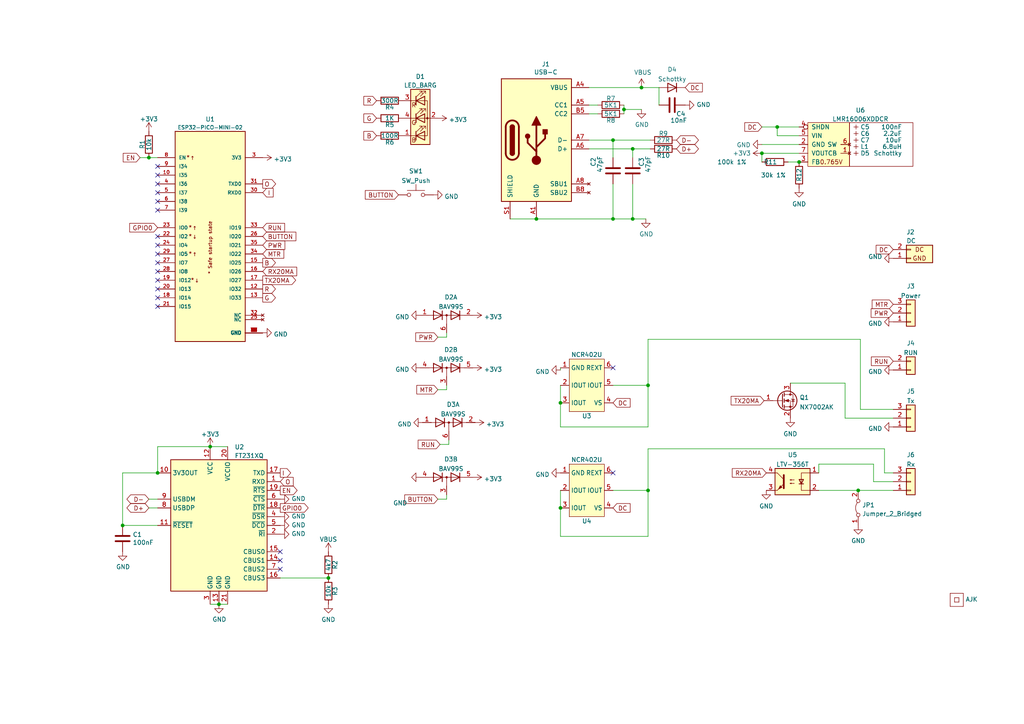
<source format=kicad_sch>
(kicad_sch (version 20211123) (generator eeschema)
  (paper "A4")
  (title_block (title "ASR33 controller") (date "${DATE}") (rev "1") (comment 1 "@TheRealRevK") (comment 2 "www.me.uk"))
  (lib_symbols
    (symbol "Connector_Generic:Conn_01x02" (pin_names (offset 1.016) hide)
      (property "Reference" "J" (at 0 2.54 0))
      (property "Value" "Conn_01x02" (at 0 -5.08 0))
      (symbol "Conn_01x02_1_1"
        (rectangle (start -1.27 -2.413) (end 0 -2.667) (stroke (width 0.1524)))
        (rectangle (start -1.27 0.127) (end 0 -0.127) (stroke (width 0.1524)))
        (rectangle (start -1.27 1.27) (end 1.27 -3.81) (stroke (width 0.254)) (fill (type background)))
        (pin passive line (at -5.08 0 0) (length 3.81) (name "Pin_1") (number "1"))
        (pin passive line (at -5.08 -2.54 0) (length 3.81) (name "Pin_2") (number "2"))
      )
    )
    (symbol "Connector_Generic:Conn_01x03" (pin_names (offset 1.016) hide)
      (property "Reference" "J" (at 0 5.08 0))
      (property "Value" "Conn_01x03" (at 0 -5.08 0))
      (symbol "Conn_01x03_1_1"
        (rectangle (start -1.27 -2.413) (end 0 -2.667) (stroke (width 0.1524)))
        (rectangle (start -1.27 0.127) (end 0 -0.127) (stroke (width 0.1524)))
        (rectangle (start -1.27 2.667) (end 0 2.413) (stroke (width 0.1524)))
        (rectangle (start -1.27 3.81) (end 1.27 -3.81) (stroke (width 0.254)) (fill (type background)))
        (pin passive line (at -5.08 2.54 0) (length 3.81) (name "Pin_1") (number "1"))
        (pin passive line (at -5.08 0 0) (length 3.81) (name "Pin_2") (number "2"))
        (pin passive line (at -5.08 -2.54 0) (length 3.81) (name "Pin_3") (number "3"))
      )
    )
    (symbol "Device:C" (pin_numbers hide) (pin_names (offset 0.254))
      (property "Reference" "C" (at 0.635 2.54 0))
      (property "Value" "C" (at 0.635 -2.54 0))
      (symbol "C_0_1"
        (polyline (pts (xy -2.032 -0.762) (xy 2.032 -0.762)) (stroke (width 0.508)))
        (polyline (pts (xy -2.032 0.762) (xy 2.032 0.762)) (stroke (width 0.508)))
      )
      (symbol "C_1_1"
        (pin passive line (at 0 3.81 270) (length 2.794) (name "~") (number "1"))
        (pin passive line (at 0 -3.81 90) (length 2.794) (name "~") (number "2"))
      )
    )
    (symbol "Device:D" (pin_numbers hide) (pin_names (offset 1.016) hide)
      (property "Reference" "D" (at 0 2.54 0))
      (property "Value" "D" (at 0 -2.54 0))
      (symbol "D_0_1"
        (polyline (pts (xy -1.27 1.27) (xy -1.27 -1.27)) (stroke (width 0.254)))
        (polyline (pts (xy 1.27 0) (xy -1.27 0)))
        (polyline (pts (xy 1.27 1.27) (xy 1.27 -1.27) (xy -1.27 0) (xy 1.27 1.27)) (stroke (width 0.254)))
      )
      (symbol "D_1_1"
        (pin passive line (at -3.81 0 0) (length 2.54) (name "K") (number "1"))
        (pin passive line (at 3.81 0 180) (length 2.54) (name "A") (number "2"))
      )
    )
    (symbol "Device:LED_BARG" (pin_names (offset 0) hide)
      (property "Reference" "D" (at 0 9.398 0))
      (property "Value" "LED_BARG" (at 0 -8.89 0))
      (symbol "LED_BARG_0_0"
        (text "B" (at -1.905 -6.35 0) (effects (font (size 1.27 1.27))))
        (text "G" (at -1.905 -1.27 0) (effects (font (size 1.27 1.27))))
        (text "R" (at -1.905 3.81 0) (effects (font (size 1.27 1.27))))
      )
      (symbol "LED_BARG_0_1"
        (polyline (pts (xy -1.27 -5.08) (xy -2.54 -5.08)))
        (polyline (pts (xy -1.27 -5.08) (xy 1.27 -5.08)))
        (polyline (pts (xy -1.27 -3.81) (xy -1.27 -6.35)) (stroke (width 0.254)))
        (polyline (pts (xy -1.27 0) (xy -2.54 0)))
        (polyline (pts (xy -1.27 1.27) (xy -1.27 -1.27)) (stroke (width 0.254)))
        (polyline (pts (xy -1.27 5.08) (xy -2.54 5.08)))
        (polyline (pts (xy -1.27 5.08) (xy 1.27 5.08)))
        (polyline (pts (xy -1.27 6.35) (xy -1.27 3.81)) (stroke (width 0.254)))
        (polyline (pts (xy 1.27 0) (xy -1.27 0)))
        (polyline (pts (xy 1.27 0) (xy 2.54 0)))
        (polyline (pts (xy -1.27 1.27) (xy -1.27 -1.27) (xy -1.27 -1.27)))
        (polyline (pts (xy -1.27 6.35) (xy -1.27 3.81) (xy -1.27 3.81)))
        (polyline (pts (xy 1.27 -5.08) (xy 2.032 -5.08) (xy 2.032 5.08) (xy 1.27 5.08)))
        (polyline (pts (xy 1.27 -3.81) (xy 1.27 -6.35) (xy -1.27 -5.08) (xy 1.27 -3.81)) (stroke (width 0.254)))
        (polyline (pts (xy 1.27 1.27) (xy 1.27 -1.27) (xy -1.27 0) (xy 1.27 1.27)) (stroke (width 0.254)))
        (polyline (pts (xy 1.27 6.35) (xy 1.27 3.81) (xy -1.27 5.08) (xy 1.27 6.35)) (stroke (width 0.254)))
        (polyline (pts (xy -1.016 -3.81) (xy 0.508 -2.286) (xy -0.254 -2.286) (xy 0.508 -2.286) (xy 0.508 -3.048)))
        (polyline (pts (xy -1.016 1.27) (xy 0.508 2.794) (xy -0.254 2.794) (xy 0.508 2.794) (xy 0.508 2.032)))
        (polyline (pts (xy -1.016 6.35) (xy 0.508 7.874) (xy -0.254 7.874) (xy 0.508 7.874) (xy 0.508 7.112)))
        (polyline (pts (xy 0 -3.81) (xy 1.524 -2.286) (xy 0.762 -2.286) (xy 1.524 -2.286) (xy 1.524 -3.048)))
        (polyline (pts (xy 0 1.27) (xy 1.524 2.794) (xy 0.762 2.794) (xy 1.524 2.794) (xy 1.524 2.032)))
        (polyline (pts (xy 0 6.35) (xy 1.524 7.874) (xy 0.762 7.874) (xy 1.524 7.874) (xy 1.524 7.112)))
        (rectangle (start 1.27 -1.27) (end 1.27 1.27))
        (rectangle (start 1.27 1.27) (end 1.27 1.27))
        (rectangle (start 1.27 3.81) (end 1.27 6.35))
        (rectangle (start 1.27 6.35) (end 1.27 6.35))
        (circle (center 2.032 0) (radius 0.254) (fill (type outline)))
        (rectangle (start 2.794 8.382) (end -2.794 -7.62) (stroke (width 0.254)) (fill (type background)))
      )
      (symbol "LED_BARG_1_1"
        (pin passive line (at -5.08 -5.08 0) (length 2.54) (name "BK") (number "1"))
        (pin passive line (at 5.08 0 180) (length 2.54) (name "A") (number "2"))
        (pin passive line (at -5.08 5.08 0) (length 2.54) (name "RK") (number "3"))
        (pin passive line (at -5.08 0 0) (length 2.54) (name "GK") (number "4"))
      )
    )
    (symbol "Device:R" (pin_numbers hide) (pin_names (offset 0))
      (property "Reference" "R" (at 2.032 0 90))
      (property "Value" "R" (at 0 0 90))
      (symbol "R_0_1"
        (rectangle (start -1.016 -2.54) (end 1.016 2.54) (stroke (width 0.254)))
      )
      (symbol "R_1_1"
        (pin passive line (at 0 3.81 270) (length 1.27) (name "~") (number "1"))
        (pin passive line (at 0 -3.81 90) (length 1.27) (name "~") (number "2"))
      )
    )
    (symbol "Diode:BAV99S" (pin_names (offset 0.0254) hide)
      (property "Reference" "D" (at 0 2.54 0))
      (property "Value" "BAV99S" (at 0 5.08 0))
      (symbol "BAV99S_0_1"
        (polyline (pts (xy -5.08 0) (xy 5.08 0)))
        (polyline (pts (xy 0 0) (xy 0 -2.54)))
        (polyline (pts (xy -1.27 -1.27) (xy -1.27 1.27) (xy -1.27 1.27)) (stroke (width 0.254)))
        (polyline (pts (xy 3.81 1.27) (xy 3.81 -1.27) (xy 3.81 -1.27)) (stroke (width 0.254)))
        (polyline (pts (xy -3.81 1.27) (xy -1.27 0) (xy -3.81 -1.27) (xy -3.81 1.27) (xy -3.81 1.27) (xy -3.81 1.27)) (stroke (width 0.254)))
        (polyline (pts (xy 1.27 1.27) (xy 3.81 0) (xy 1.27 -1.27) (xy 1.27 1.27) (xy 1.27 1.27) (xy 1.27 1.27)) (stroke (width 0.254)))
        (circle (center 0 0) (radius 0.254) (fill (type outline)))
      )
      (symbol "BAV99S_1_1"
        (polyline (pts (xy 6.35 0) (xy 7.62 0)))
        (pin passive line (at -7.62 0 0) (length 2.54) (name "A1") (number "1"))
        (pin passive line (at 7.62 0 180) (length 2.54) (name "K2") (number "2"))
        (pin passive line (at 0 -5.08 90) (length 2.54) (name "K3A4") (number "6"))
      )
      (symbol "BAV99S_2_1"
        (polyline (pts (xy 6.35 0) (xy 7.62 0)))
        (pin passive line (at 0 -5.08 90) (length 2.54) (name "K1A2") (number "3"))
        (pin passive line (at -7.62 0 0) (length 2.54) (name "A3") (number "4"))
        (pin passive line (at 7.62 0 180) (length 2.54) (name "K4") (number "5"))
      )
    )
    (symbol "Isolator:LTV-356T" (pin_names (offset 1.016))
      (property "Reference" "U" (at -5.334 4.826 0))
      (property "Value" "LTV-356T" (at 0 5.08 0))
      (symbol "LTV-356T_0_1"
        (rectangle (start -5.08 3.81) (end 5.08 -3.81) (stroke (width 0.254)) (fill (type background)))
        (polyline (pts (xy -3.175 -0.635) (xy -1.905 -0.635)) (stroke (width 0.254)))
        (polyline (pts (xy 2.54 0.635) (xy 4.445 2.54)))
        (polyline (pts (xy 4.445 -2.54) (xy 2.54 -0.635)) (fill (type outline)))
        (polyline (pts (xy 4.445 -2.54) (xy 5.08 -2.54)))
        (polyline (pts (xy 4.445 2.54) (xy 5.08 2.54)))
        (polyline (pts (xy -5.08 2.54) (xy -2.54 2.54) (xy -2.54 -0.762)))
        (polyline (pts (xy -2.54 -0.635) (xy -2.54 -2.54) (xy -5.08 -2.54)))
        (polyline (pts (xy 2.54 1.905) (xy 2.54 -1.905) (xy 2.54 -1.905)) (stroke (width 0.508)))
        (polyline (pts (xy -2.54 -0.635) (xy -3.175 0.635) (xy -1.905 0.635) (xy -2.54 -0.635)) (stroke (width 0.254)))
        (polyline (pts (xy -0.508 -0.508) (xy 0.762 -0.508) (xy 0.381 -0.635) (xy 0.381 -0.381) (xy 0.762 -0.508)))
        (polyline (pts (xy -0.508 0.508) (xy 0.762 0.508) (xy 0.381 0.381) (xy 0.381 0.635) (xy 0.762 0.508)))
        (polyline (pts (xy 3.048 -1.651) (xy 3.556 -1.143) (xy 4.064 -2.159) (xy 3.048 -1.651) (xy 3.048 -1.651)) (fill (type outline)))
      )
      (symbol "LTV-356T_1_1"
        (pin passive line (at -7.62 2.54 0) (length 2.54) (name "~") (number "1"))
        (pin passive line (at -7.62 -2.54 0) (length 2.54) (name "~") (number "2"))
        (pin passive line (at 7.62 -2.54 180) (length 2.54) (name "~") (number "3"))
        (pin passive line (at 7.62 2.54 180) (length 2.54) (name "~") (number "4"))
      )
    )
    (symbol "Jumper:Jumper_2_Bridged" (pin_names (offset 0) hide)
      (property "Reference" "JP" (at 0 1.905 0))
      (property "Value" "Jumper_2_Bridged" (at 0 -2.54 0))
      (symbol "Jumper_2_Bridged_0_0"
        (circle (center -2.032 0) (radius 0.508))
        (circle (center 2.032 0) (radius 0.508))
      )
      (symbol "Jumper_2_Bridged_0_1"
        (arc (start 1.524 0.254) (mid 0 0.762) (end -1.524 0.254))
      )
      (symbol "Jumper_2_Bridged_1_1"
        (pin passive line (at -5.08 0 0) (length 2.54) (name "A") (number "1"))
        (pin passive line (at 5.08 0 180) (length 2.54) (name "B") (number "2"))
      )
    )
    (symbol "RevK:AJK" (pin_names (offset 1.016)) (in_bom no)
      (property "Value" "AJK" (at 0 0 0))
    )
    (symbol "RevK:ESP32-PICO-MINI-02" (pin_names (offset 1.016))
      (property "Reference" "U" (at -10.16 -33.02 0))
      (property "Value" "ESP32-PICO-MINI-02" (at 0 27.94 0))
      (symbol "ESP32-PICO-MINI-02_0_0"
        (rectangle (start -10.16 -30.48) (end 10.16 30.48) (stroke (width 0.254)) (fill (type background)))
        (text "* Safe startup state" (at 0 -3.175 900) (effects (font (size 1 1))))
        (text "*↑" (at -6.985 22.86 0) (effects (font (size 1.27 1.27)) (justify left)))
        (text "*↑" (at -6.35 -5.08 0) (effects (font (size 1.27 1.27)) (justify left)))
        (text "*↑" (at -6.35 2.54 0) (effects (font (size 1.27 1.27)) (justify left)))
        (text "*↓" (at -6.35 0 0) (effects (font (size 1.27 1.27)) (justify left)))
        (text "*↓" (at -5.715 -12.7 0) (effects (font (size 1.27 1.27)) (justify left)))
        (pin power_in line (at 15.24 -27.94 180) (length 5.08) (name "GND") (number "1"))
        (pin input line (at -15.24 17.78 0) (length 5.08) (name "I35") (number "10"))
        (pin power_in line (at 15.24 -27.94 180) (length 5.08) (name "GND") (number "11"))
        (pin bidirectional line (at 15.24 -15.24 180) (length 5.08) (name "IO32") (number "12"))
        (pin bidirectional line (at 15.24 -17.78 180) (length 5.08) (name "IO33") (number "13"))
        (pin power_in line (at 15.24 -27.94 180) (length 5.08) (name "GND") (number "14"))
        (pin bidirectional line (at 15.24 -7.62 180) (length 5.08) (name "IO25") (number "15"))
        (pin bidirectional line (at 15.24 -10.16 180) (length 5.08) (name "IO26") (number "16"))
        (pin bidirectional line (at 15.24 -12.7 180) (length 5.08) (name "IO27") (number "17"))
        (pin bidirectional line (at -15.24 -17.78 0) (length 5.08) (name "IO14") (number "18"))
        (pin bidirectional line (at -15.24 -12.7 0) (length 5.08) (name "IO12") (number "19"))
        (pin power_in line (at 15.24 -27.94 180) (length 5.08) (name "GND") (number "2"))
        (pin bidirectional line (at -15.24 -15.24 0) (length 5.08) (name "IO13") (number "20"))
        (pin bidirectional line (at -15.24 -20.32 0) (length 5.08) (name "IO15") (number "21"))
        (pin bidirectional line (at -15.24 0 0) (length 5.08) (name "IO2") (number "22"))
        (pin bidirectional line (at -15.24 2.54 0) (length 5.08) (name "IO0") (number "23"))
        (pin bidirectional line (at -15.24 -2.54 0) (length 5.08) (name "IO4") (number "24"))
        (pin no_connect line (at 15.24 -24.13 180) (length 5.08) (name "NC") (number "25"))
        (pin bidirectional line (at 15.24 0 180) (length 5.08) (name "IO20") (number "26"))
        (pin bidirectional line (at -15.24 -7.62 0) (length 5.08) (name "IO7") (number "27"))
        (pin bidirectional line (at -15.24 -10.16 0) (length 5.08) (name "IO8") (number "28"))
        (pin bidirectional line (at -15.24 -5.08 0) (length 5.08) (name "IO5") (number "29"))
        (pin power_in line (at 15.24 22.86 180) (length 5.08) (name "3V3") (number "3"))
        (pin bidirectional line (at 15.24 12.7 180) (length 5.08) (name "RXD0") (number "30"))
        (pin bidirectional line (at 15.24 15.24 180) (length 5.08) (name "TXD0") (number "31"))
        (pin no_connect line (at 15.24 -22.86 180) (length 5.08) (name "NC") (number "32"))
        (pin bidirectional line (at 15.24 2.54 180) (length 5.08) (name "IO19") (number "33"))
        (pin bidirectional line (at 15.24 -5.08 180) (length 5.08) (name "IO22") (number "34"))
        (pin bidirectional line (at 15.24 -2.54 180) (length 5.08) (name "IO21") (number "35"))
        (pin power_in line (at 15.24 -27.94 180) (length 5.08) (name "GND") (number "36"))
        (pin power_in line (at 15.24 -27.94 180) (length 5.08) (name "GND") (number "37"))
        (pin power_in line (at 15.24 -27.94 180) (length 5.08) (name "GND") (number "38"))
        (pin power_in line (at 15.24 -27.94 180) (length 5.08) (name "GND") (number "39"))
        (pin input line (at -15.24 15.24 0) (length 5.08) (name "I36") (number "4"))
        (pin power_in line (at 15.24 -27.94 180) (length 5.08) (name "GND") (number "40"))
        (pin power_in line (at 15.24 -27.94 180) (length 5.08) (name "GND") (number "41"))
        (pin power_in line (at 15.24 -27.94 180) (length 5.08) (name "GND") (number "42"))
        (pin power_in line (at 15.24 -27.94 180) (length 5.08) (name "GND") (number "43"))
        (pin power_in line (at 15.24 -27.94 180) (length 5.08) (name "GND") (number "44"))
        (pin power_in line (at 15.24 -27.94 180) (length 5.08) (name "GND") (number "45"))
        (pin power_in line (at 15.24 -27.94 180) (length 5.08) (name "GND") (number "46"))
        (pin power_in line (at 15.24 -27.94 180) (length 5.08) (name "GND") (number "47"))
        (pin power_in line (at 15.24 -27.94 180) (length 5.08) (name "GND") (number "48"))
        (pin power_in line (at 15.24 -27.94 180) (length 5.08) (name "GND") (number "49"))
        (pin input line (at -15.24 12.7 0) (length 5.08) (name "I37") (number "5"))
        (pin power_in line (at 15.24 -27.94 180) (length 5.08) (name "GND") (number "50"))
        (pin power_in line (at 15.24 -27.94 180) (length 5.08) (name "GND") (number "51"))
        (pin power_in line (at 15.24 -27.94 180) (length 5.08) (name "GND") (number "52"))
        (pin power_in line (at 15.24 -27.94 180) (length 5.08) (name "GND") (number "53"))
        (pin input line (at -15.24 10.16 0) (length 5.08) (name "I38") (number "6"))
        (pin input line (at -15.24 7.62 0) (length 5.08) (name "I39") (number "7"))
        (pin input line (at -15.24 22.86 0) (length 5.08) (name "EN") (number "8"))
        (pin input line (at -15.24 20.32 0) (length 5.08) (name "I34") (number "9"))
      )
    )
    (symbol "RevK:FT231XQ"
      (property "Reference" "U" (at -13.97 20.32 0))
      (property "Value" "FT231XQ" (at 6.35 20.32 0))
      (symbol "FT231XQ_0_1"
        (rectangle (start -13.97 19.05) (end 13.97 -19.05) (stroke (width 0.254)) (fill (type background)))
      )
      (symbol "FT231XQ_1_1"
        (pin input line (at 17.78 12.7 180) (length 3.81) (name "RXD") (number "1"))
        (pin passive line (at -17.78 15.24 0) (length 3.81) (name "3V3OUT") (number "10"))
        (pin input line (at -17.78 0 0) (length 3.81) (name "~{RESET}") (number "11"))
        (pin power_in line (at -2.54 22.86 270) (length 3.81) (name "VCC") (number "12"))
        (pin power_in line (at 0 -22.86 90) (length 3.81) (name "GND") (number "13"))
        (pin bidirectional line (at 17.78 -10.16 180) (length 3.81) (name "CBUS1") (number "14"))
        (pin bidirectional line (at 17.78 -7.62 180) (length 3.81) (name "CBUS0") (number "15"))
        (pin bidirectional line (at 17.78 -15.24 180) (length 3.81) (name "CBUS3") (number "16"))
        (pin output line (at 17.78 15.24 180) (length 3.81) (name "TXD") (number "17"))
        (pin output line (at 17.78 5.08 180) (length 3.81) (name "~{DTR}") (number "18"))
        (pin output line (at 17.78 10.16 180) (length 3.81) (name "~{RTS}") (number "19"))
        (pin input line (at 17.78 -2.54 180) (length 3.81) (name "~{RI}") (number "2"))
        (pin power_in line (at 2.54 22.86 270) (length 3.81) (name "VCCIO") (number "20"))
        (pin power_in line (at 2.54 -22.86 90) (length 3.81) (name "GND") (number "21"))
        (pin power_in line (at -2.54 -22.86 90) (length 3.81) (name "GND") (number "3"))
        (pin input line (at 17.78 2.54 180) (length 3.81) (name "~{DSR}") (number "4"))
        (pin input line (at 17.78 0 180) (length 3.81) (name "~{DCD}") (number "5"))
        (pin input line (at 17.78 7.62 180) (length 3.81) (name "~{CTS}") (number "6"))
        (pin bidirectional line (at 17.78 -12.7 180) (length 3.81) (name "CBUS2") (number "7"))
        (pin bidirectional line (at -17.78 5.08 0) (length 3.81) (name "USBDP") (number "8"))
        (pin bidirectional line (at -17.78 7.62 0) (length 3.81) (name "USBDM") (number "9"))
      )
    )
    (symbol "RevK:Hidden" (pin_names (offset 1.016))
      (property "Reference" "Z" (at 0.635 0 0))
      (property "Value" "Hidden" (at 4.445 0 0))
      (symbol "Hidden_0_1"
        (polyline (pts (xy -0.635 0) (xy 0.635 0)) (stroke (width 0.1524)))
        (polyline (pts (xy 0 0.635) (xy 0 -0.635)) (stroke (width 0.1524)))
      )
      (symbol "Hidden_1_1"
        (pin no_connect non_logic (at 0 -2.54 90) (length 2.54) hide (name "~") (number "~"))
      )
    )
    (symbol "RevK:LMR16006XDDCR" (pin_names (offset 1.016))
      (property "Reference" "U" (at 11.43 2.54 0))
      (property "Value" "LMR16006XDDCR" (at 7.62 -12.7 0))
      (symbol "LMR16006XDDCR_0_0"
        (rectangle (start 2.54 1.27) (end 14.605 -11.43) (fill (type background)))
        (text "0.765V" (at 12.7 -10.16 0) (effects (font (size 1.27 1.27)) (justify right)))
      )
      (symbol "LMR16006XDDCR_0_1"
        (rectangle (start 14.605 1.27) (end 33.02 -11.43))
      )
      (symbol "LMR16006XDDCR_1_1"
        (pin no_connect line (at 14.605 -7.62 180) (length 2.54) (name "CB") (number "1"))
        (pin power_in line (at 0 -5.08 0) (length 2.54) (name "GND") (number "2"))
        (pin passive line (at 0 -10.16 0) (length 2.54) (name "FB") (number "3"))
        (pin input inverted (at 0 0 0) (length 2.54) (name "SHDN") (number "4"))
        (pin power_in line (at 0 -2.54 0) (length 2.54) (name "VIN") (number "5"))
        (pin no_connect line (at 14.605 -5.08 180) (length 2.54) (name "SW") (number "6"))
        (pin power_out line (at 0 -7.62 0) (length 2.54) (name "VOUT") (number "7"))
      )
    )
    (symbol "RevK:NCR402U"
      (property "Reference" "U" (at 0 -8.89 0))
      (property "Value" "NCR402U" (at 0 8.89 0))
      (symbol "NCR402U_0_1"
        (rectangle (start -5.08 7.62) (end 5.08 -7.62) (stroke (width 0.1524)) (fill (type background)))
      )
      (symbol "NCR402U_1_1"
        (pin power_in line (at -7.62 5.08 0) (length 2.54) (name "GND") (number "1"))
        (pin passive line (at -7.62 0 0) (length 2.54) (name "IOUT") (number "2"))
        (pin passive line (at -7.62 -5.08 0) (length 2.54) (name "IOUT") (number "3"))
        (pin power_in line (at 7.62 -5.08 180) (length 2.54) (name "VS") (number "4"))
        (pin passive line (at 7.62 0 180) (length 2.54) (name "IOUT") (number "5"))
        (pin passive line (at 7.62 5.08 180) (length 2.54) (name "REXT") (number "6"))
      )
    )
    (symbol "RevK:NX7002AK" (pin_names (offset 0) hide)
      (property "Reference" "Q" (at 5.08 1.27 0))
      (property "Value" "NX7002AK" (at 5.08 -1.27 0))
      (symbol "NX7002AK_0_1"
        (polyline (pts (xy 0.254 0) (xy -2.54 0)))
        (polyline (pts (xy 0.254 1.905) (xy 0.254 -1.905)) (stroke (width 0.254)))
        (polyline (pts (xy 0.762 -1.27) (xy 0.762 -2.286)) (stroke (width 0.254)))
        (polyline (pts (xy 0.762 0.508) (xy 0.762 -0.508)) (stroke (width 0.254)))
        (polyline (pts (xy 0.762 2.286) (xy 0.762 1.27)) (stroke (width 0.254)))
        (polyline (pts (xy 2.54 2.54) (xy 2.54 1.778)))
        (polyline (pts (xy 2.54 -2.54) (xy 2.54 0) (xy 0.762 0)))
        (polyline (pts (xy 0.762 -1.778) (xy 3.302 -1.778) (xy 3.302 1.778) (xy 0.762 1.778)))
        (polyline (pts (xy 1.016 0) (xy 2.032 0.381) (xy 2.032 -0.381) (xy 1.016 0)) (fill (type outline)))
        (polyline (pts (xy 2.794 0.508) (xy 2.921 0.381) (xy 3.683 0.381) (xy 3.81 0.254)))
        (polyline (pts (xy 3.302 0.381) (xy 2.921 -0.254) (xy 3.683 -0.254) (xy 3.302 0.381)))
        (circle (center 1.651 0) (radius 2.794) (stroke (width 0.254)))
        (circle (center 2.54 -1.778) (radius 0.254) (fill (type outline)))
        (circle (center 2.54 1.778) (radius 0.254) (fill (type outline)))
      )
      (symbol "NX7002AK_1_1"
        (pin input line (at -5.08 0 0) (length 2.54) (name "G") (number "1"))
        (pin passive line (at 2.54 -5.08 90) (length 2.54) (name "S") (number "2"))
        (pin passive line (at 2.54 5.08 270) (length 2.54) (name "D") (number "3"))
      )
    )
    (symbol "RevK:PowerIn" (pin_names (offset 1.016) hide)
      (property "Reference" "J" (at 0 2.54 0))
      (property "Value" "PowerIn" (at 2.54 -5.08 0))
      (symbol "PowerIn_0_0"
        (text "DC" (at 2.54 -2.54 0) (effects (font (size 1.27 1.27))))
        (text "GND" (at 2.54 0 0) (effects (font (size 1.27 1.27))))
      )
      (symbol "PowerIn_1_1"
        (rectangle (start -1.27 -2.413) (end 0 -2.667) (stroke (width 0.1524)))
        (rectangle (start -1.27 0.127) (end 0 -0.127) (stroke (width 0.1524)))
        (rectangle (start -1.27 1.27) (end 6.35 -3.81) (stroke (width 0.254)) (fill (type background)))
        (pin power_in line (at -5.08 0 0) (length 3.81) (name "GND") (number "1"))
        (pin power_out line (at -5.08 -2.54 0) (length 3.81) (name "DC") (number "2"))
      )
    )
    (symbol "RevK:QR" (pin_names (offset 1.016)) (in_bom no)
      (symbol "QR_0_1"
        (rectangle (start -1.905 -1.905) (end -1.905 1.905))
        (rectangle (start -1.905 1.905) (end 1.905 1.905))
        (rectangle (start -0.635 -0.635) (end -0.635 0.635))
        (rectangle (start -0.635 0.635) (end 0.635 0.635))
        (rectangle (start 0.635 -0.635) (end -0.635 -0.635))
        (rectangle (start 0.635 0.635) (end 0.635 -0.635))
        (rectangle (start 1.905 -1.905) (end -1.905 -1.905))
        (rectangle (start 1.905 1.905) (end 1.905 -1.905))
      )
    )
    (symbol "RevK:USB-C" (pin_names (offset 1.016))
      (property "Reference" "J" (at -10.16 19.05 0))
      (property "Value" "USB-C" (at -7.62 15.24 0))
      (symbol "USB-C_0_1"
        (rectangle (start -10.16 17.78) (end 10.16 -17.78) (stroke (width 0.254)) (fill (type background)))
        (arc (start -8.89 -3.81) (mid -6.985 -5.715) (end -5.08 -3.81) (stroke (width 0.508)))
        (arc (start -7.62 -3.81) (mid -6.985 -4.445) (end -6.35 -3.81) (stroke (width 0.254)))
        (arc (start -7.62 -3.81) (mid -6.985 -4.445) (end -6.35 -3.81) (stroke (width 0.254)) (fill (type outline)))
        (rectangle (start -7.62 -3.81) (end -6.35 3.81) (stroke (width 0.254)) (fill (type outline)))
        (arc (start -6.35 3.81) (mid -6.985 4.445) (end -7.62 3.81) (stroke (width 0.254)))
        (arc (start -6.35 3.81) (mid -6.985 4.445) (end -7.62 3.81) (stroke (width 0.254)) (fill (type outline)))
        (arc (start -5.08 3.81) (mid -6.985 5.715) (end -8.89 3.81) (stroke (width 0.508)))
        (circle (center -2.54 1.143) (radius 0.635) (stroke (width 0.254)) (fill (type outline)))
        (circle (center 0 -5.842) (radius 1.27) (fill (type outline)))
        (polyline (pts (xy -8.89 -3.81) (xy -8.89 3.81)) (stroke (width 0.508)))
        (polyline (pts (xy -5.08 3.81) (xy -5.08 -3.81)) (stroke (width 0.508)))
        (polyline (pts (xy 0 -5.842) (xy 0 4.318)) (stroke (width 0.508)))
        (polyline (pts (xy 0 -3.302) (xy -2.54 -0.762) (xy -2.54 0.508)) (stroke (width 0.508)))
        (polyline (pts (xy 0 -2.032) (xy 2.54 0.508) (xy 2.54 1.778)) (stroke (width 0.508)))
        (polyline (pts (xy -1.27 4.318) (xy 0 6.858) (xy 1.27 4.318) (xy -1.27 4.318)) (stroke (width 0.254)) (fill (type outline)))
        (rectangle (start 1.905 1.778) (end 3.175 3.048) (stroke (width 0.254)) (fill (type outline)))
      )
      (symbol "USB-C_1_1"
        (pin power_out line (at 0 -22.86 90) (length 5.08) (name "GND") (number "A1"))
        (pin passive line (at 0 -22.86 90) (length 5.08) hide (name "GND") (number "A12"))
        (pin power_out line (at 15.24 15.24 180) (length 5.08) (name "VBUS") (number "A4"))
        (pin bidirectional line (at 15.24 10.16 180) (length 5.08) (name "CC1") (number "A5"))
        (pin bidirectional line (at 15.24 -2.54 180) (length 5.08) (name "D+") (number "A6"))
        (pin bidirectional line (at 15.24 0 180) (length 5.08) (name "D-") (number "A7"))
        (pin no_connect line (at 15.24 -12.7 180) (length 5.08) (name "SBU1") (number "A8"))
        (pin passive line (at 15.24 15.24 180) (length 5.08) hide (name "VBUS") (number "A9"))
        (pin passive line (at 0 -22.86 90) (length 5.08) hide (name "GND") (number "B1"))
        (pin passive line (at 0 -22.86 90) (length 5.08) hide (name "GND") (number "B12"))
        (pin passive line (at 15.24 15.24 180) (length 5.08) hide (name "VBUS") (number "B4"))
        (pin bidirectional line (at 15.24 7.62 180) (length 5.08) (name "CC2") (number "B5"))
        (pin bidirectional line (at 15.24 -2.54 180) (length 5.08) hide (name "D+") (number "B6"))
        (pin bidirectional line (at 15.24 0 180) (length 5.08) hide (name "D-") (number "B7"))
        (pin no_connect line (at 15.24 -15.24 180) (length 5.08) (name "SBU2") (number "B8"))
        (pin passive line (at 15.24 15.24 180) (length 5.08) hide (name "VBUS") (number "B9"))
        (pin passive line (at -7.62 -22.86 90) (length 5.08) (name "SHIELD") (number "S1"))
      )
    )
    (symbol "Switch:SW_Push" (pin_numbers hide) (pin_names (offset 1.016) hide)
      (property "Reference" "SW" (at 1.27 2.54 0))
      (property "Value" "SW_Push" (at 0 -1.524 0))
      (symbol "SW_Push_0_1"
        (circle (center -2.032 0) (radius 0.508))
        (polyline (pts (xy 0 1.27) (xy 0 3.048)))
        (polyline (pts (xy 2.54 1.27) (xy -2.54 1.27)))
        (circle (center 2.032 0) (radius 0.508))
        (pin passive line (at -5.08 0 0) (length 2.54) (name "1") (number "1"))
        (pin passive line (at 5.08 0 180) (length 2.54) (name "2") (number "2"))
      )
    )
    (symbol "power:+3.3V" (power) (pin_names (offset 0))
      (property "Value" "+3.3V" (at 0 3.556 0))
      (symbol "+3.3V_0_1"
        (polyline (pts (xy -0.762 1.27) (xy 0 2.54)))
        (polyline (pts (xy 0 0) (xy 0 2.54)))
        (polyline (pts (xy 0 2.54) (xy 0.762 1.27)))
      )
      (symbol "+3.3V_1_1"
        (pin power_in line (at 0 0 90) (length 0) hide (name "+3V3") (number "1"))
      )
    )
    (symbol "power:GND" (power) (pin_names (offset 0))
      (property "Value" "GND" (at 0 -3.81 0))
      (symbol "GND_0_1"
        (polyline (pts (xy 0 0) (xy 0 -1.27) (xy 1.27 -1.27) (xy 0 -2.54) (xy -1.27 -1.27) (xy 0 -1.27)))
      )
      (symbol "GND_1_1"
        (pin power_in line (at 0 0 270) (length 0) hide (name "GND") (number "1"))
      )
    )
    (symbol "power:VBUS" (power) (pin_names (offset 0))
      (property "Value" "VBUS" (at 0 3.81 0))
      (symbol "VBUS_0_1"
        (polyline (pts (xy -0.762 1.27) (xy 0 2.54)))
        (polyline (pts (xy 0 0) (xy 0 2.54)))
        (polyline (pts (xy 0 2.54) (xy 0.762 1.27)))
      )
      (symbol "VBUS_1_1"
        (pin power_in line (at 0 0 90) (length 0) hide (name "VBUS") (number "1"))
      )
    )
  )
  (junction (at 183.515 43.18))
  (junction (at 43.18 45.72))
  (junction (at 183.515 63.5))
  (junction (at 162.56 116.84))
  (junction (at 60.96 129.54))
  (junction (at 225.425 36.83))
  (junction (at 231.775 46.99))
  (junction (at 45.72 137.16))
  (junction (at 95.25 167.64))
  (junction (at 248.92 142.24))
  (junction (at 155.575 63.5))
  (junction (at 63.5 175.26))
  (junction (at 35.56 152.4))
  (junction (at 220.98 44.45))
  (junction (at 187.96 142.24))
  (junction (at 177.8 63.5))
  (junction (at 187.96 111.76))
  (junction (at 186.055 25.4))
  (junction (at 177.8 40.64))
  (junction (at 162.56 147.32))
  (junction (at 180.975 31.75))
  (no_connect (at 177.8 106.68))
  (no_connect (at 45.72 81.28))
  (no_connect (at 45.72 68.58))
  (no_connect (at 45.72 73.66))
  (no_connect (at 81.28 165.1))
  (no_connect (at 45.72 48.26))
  (no_connect (at 45.72 50.8))
  (no_connect (at 45.72 53.34))
  (no_connect (at 45.72 55.88))
  (no_connect (at 45.72 58.42))
  (no_connect (at 45.72 60.96))
  (no_connect (at 45.72 71.12))
  (no_connect (at 45.72 76.2))
  (no_connect (at 45.72 88.9))
  (no_connect (at 45.72 78.74))
  (no_connect (at 45.72 83.82))
  (no_connect (at 45.72 86.36))
  (no_connect (at 177.8 137.16))
  (no_connect (at 81.28 160.02))
  (no_connect (at 81.28 162.56))
  (wire (pts (xy 225.425 39.37) (xy 231.775 39.37)))
  (wire (pts (xy 129.54 144.78) (xy 127 144.78)))
  (wire (pts (xy 183.515 43.18) (xy 188.595 43.18)))
  (wire (pts (xy 177.8 53.34) (xy 177.8 63.5)))
  (wire (pts (xy 35.56 152.4) (xy 45.72 152.4)))
  (wire (pts (xy 180.975 31.75) (xy 180.975 33.02)))
  (wire (pts (xy 187.96 98.425) (xy 249.555 98.425)))
  (wire (pts (xy 186.055 25.4) (xy 191.135 25.4)))
  (wire (pts (xy 245.11 111.125) (xy 245.11 121.285)))
  (wire (pts (xy 162.56 147.32) (xy 162.56 155.575)))
  (wire (pts (xy 187.96 142.24) (xy 187.96 155.575)))
  (wire (pts (xy 130.175 127.635) (xy 130.175 128.905)))
  (wire (pts (xy 183.515 63.5) (xy 187.325 63.5)))
  (wire (pts (xy 129.54 143.51) (xy 129.54 144.78)))
  (wire (pts (xy 170.815 40.64) (xy 177.8 40.64)))
  (wire (pts (xy 191.135 25.4) (xy 191.135 30.48)))
  (wire (pts (xy 237.49 137.16) (xy 237.49 134.62)))
  (wire (pts (xy 81.28 167.64) (xy 95.25 167.64)))
  (wire (pts (xy 162.56 106.68) (xy 162.56 107.315)))
  (wire (pts (xy 225.425 36.83) (xy 231.775 36.83)))
  (wire (pts (xy 220.98 44.45) (xy 220.98 46.99)))
  (wire (pts (xy 35.56 152.4) (xy 35.56 137.16)))
  (wire (pts (xy 162.56 142.24) (xy 162.56 147.32)))
  (wire (pts (xy 162.56 111.76) (xy 162.56 116.84)))
  (wire (pts (xy 187.96 142.24) (xy 187.96 130.175)))
  (wire (pts (xy 249.555 118.745) (xy 259.08 118.745)))
  (wire (pts (xy 129.54 113.03) (xy 127 113.03)))
  (wire (pts (xy 237.49 134.62) (xy 253.365 134.62)))
  (wire (pts (xy 253.365 139.7) (xy 259.08 139.7)))
  (wire (pts (xy 183.515 43.18) (xy 183.515 45.72)))
  (wire (pts (xy 45.72 137.16) (xy 45.72 129.54)))
  (wire (pts (xy 147.955 63.5) (xy 155.575 63.5)))
  (wire (pts (xy 187.96 111.76) (xy 187.96 123.825)))
  (wire (pts (xy 40.64 45.72) (xy 43.18 45.72)))
  (wire (pts (xy 177.8 63.5) (xy 183.515 63.5)))
  (wire (pts (xy 186.055 31.75) (xy 180.975 31.75)))
  (wire (pts (xy 63.5 175.26) (xy 66.04 175.26)))
  (wire (pts (xy 177.8 111.76) (xy 187.96 111.76)))
  (wire (pts (xy 220.98 41.91) (xy 231.775 41.91)))
  (wire (pts (xy 45.72 144.78) (xy 43.18 144.78)))
  (wire (pts (xy 155.575 63.5) (xy 177.8 63.5)))
  (wire (pts (xy 245.11 121.285) (xy 259.08 121.285)))
  (wire (pts (xy 187.96 111.76) (xy 187.96 98.425)))
  (wire (pts (xy 228.6 46.99) (xy 231.775 46.99)))
  (wire (pts (xy 180.975 30.48) (xy 180.975 31.75)))
  (wire (pts (xy 177.8 142.24) (xy 187.96 142.24)))
  (wire (pts (xy 43.18 45.72) (xy 45.72 45.72)))
  (wire (pts (xy 237.49 142.24) (xy 248.92 142.24)))
  (wire (pts (xy 130.175 128.905) (xy 127.635 128.905)))
  (wire (pts (xy 45.72 129.54) (xy 60.96 129.54)))
  (wire (pts (xy 220.98 44.45) (xy 231.775 44.45)))
  (wire (pts (xy 162.56 123.825) (xy 187.96 123.825)))
  (wire (pts (xy 129.54 111.76) (xy 129.54 113.03)))
  (wire (pts (xy 60.96 129.54) (xy 66.04 129.54)))
  (wire (pts (xy 162.56 155.575) (xy 187.96 155.575)))
  (wire (pts (xy 170.815 30.48) (xy 173.355 30.48)))
  (wire (pts (xy 170.815 33.02) (xy 173.355 33.02)))
  (wire (pts (xy 248.92 142.24) (xy 259.08 142.24)))
  (wire (pts (xy 170.815 43.18) (xy 183.515 43.18)))
  (wire (pts (xy 220.98 36.83) (xy 225.425 36.83)))
  (wire (pts (xy 129.54 97.79) (xy 127 97.79)))
  (wire (pts (xy 229.235 111.125) (xy 245.11 111.125)))
  (wire (pts (xy 43.18 147.32) (xy 45.72 147.32)))
  (wire (pts (xy 225.425 36.83) (xy 225.425 39.37)))
  (wire (pts (xy 249.555 98.425) (xy 249.555 118.745)))
  (wire (pts (xy 129.54 96.52) (xy 129.54 97.79)))
  (wire (pts (xy 253.365 134.62) (xy 253.365 139.7)))
  (wire (pts (xy 183.515 53.34) (xy 183.515 63.5)))
  (wire (pts (xy 35.56 137.16) (xy 45.72 137.16)))
  (wire (pts (xy 60.96 175.26) (xy 63.5 175.26)))
  (wire (pts (xy 162.56 116.84) (xy 162.56 123.825)))
  (wire (pts (xy 170.815 25.4) (xy 186.055 25.4)))
  (wire (pts (xy 256.54 130.175) (xy 256.54 137.16)))
  (wire (pts (xy 177.8 40.64) (xy 177.8 45.72)))
  (wire (pts (xy 177.8 40.64) (xy 188.595 40.64)))
  (wire (pts (xy 187.96 130.175) (xy 256.54 130.175)))
  (wire (pts (xy 256.54 137.16) (xy 259.08 137.16)))
  (global_label "MTR" (shape input) (at 127 113.03 180) (property "Intersheet References" "${INTERSHEET_REFS}" (effects hide)))
  (global_label "D-" (shape bidirectional) (at 43.18 144.78 180) (property "Intersheet References" "${INTERSHEET_REFS}" (effects hide)))
  (global_label "B" (shape input) (at 109.22 39.37 180) (property "Intersheet References" "${INTERSHEET_REFS}" (effects hide)))
  (global_label "DC" (shape input) (at 220.98 36.83 180) (property "Intersheet References" "${INTERSHEET_REFS}" (effects hide)))
  (global_label "RUN" (shape input) (at 127.635 128.905 180) (property "Intersheet References" "${INTERSHEET_REFS}" (effects hide)))
  (global_label "EN" (shape input) (at 40.64 45.72 180) (property "Intersheet References" "${INTERSHEET_REFS}" (effects hide)))
  (global_label "GPIO0" (shape input) (at 45.72 66.04 180) (property "Intersheet References" "${INTERSHEET_REFS}" (effects hide)))
  (global_label "RUN" (shape input) (at 259.08 104.775 180) (property "Intersheet References" "${INTERSHEET_REFS}" (effects hide)))
  (global_label "BUTTON" (shape input) (at 76.2 68.58 0) (property "Intersheet References" "${INTERSHEET_REFS}" (effects hide)))
  (global_label "RX20MA" (shape input) (at 76.2 78.74 0) (property "Intersheet References" "${INTERSHEET_REFS}" (effects hide)))
  (global_label "PWR" (shape input) (at 259.08 90.805 180) (property "Intersheet References" "${INTERSHEET_REFS}" (effects hide)))
  (global_label "O" (shape output) (at 76.2 53.34 0) (property "Intersheet References" "${INTERSHEET_REFS}" (effects hide)))
  (global_label "MTR" (shape input) (at 76.2 73.66 0) (property "Intersheet References" "${INTERSHEET_REFS}" (effects hide)))
  (global_label "RX20MA" (shape input) (at 222.25 137.16 180) (property "Intersheet References" "${INTERSHEET_REFS}" (effects hide)))
  (global_label "DC" (shape input) (at 177.8 147.32 0) (property "Intersheet References" "${INTERSHEET_REFS}" (effects hide)))
  (global_label "D+" (shape bidirectional) (at 196.215 43.18 0) (property "Intersheet References" "${INTERSHEET_REFS}" (effects hide)))
  (global_label "PWR" (shape input) (at 76.2 71.12 0) (property "Intersheet References" "${INTERSHEET_REFS}" (effects hide)))
  (global_label "G" (shape output) (at 76.2 86.36 0) (property "Intersheet References" "${INTERSHEET_REFS}" (effects hide)))
  (global_label "D+" (shape bidirectional) (at 43.18 147.32 180) (property "Intersheet References" "${INTERSHEET_REFS}" (effects hide)))
  (global_label "I" (shape input) (at 76.2 55.88 0) (property "Intersheet References" "${INTERSHEET_REFS}" (effects hide)))
  (global_label "PWR" (shape input) (at 127 97.79 180) (property "Intersheet References" "${INTERSHEET_REFS}" (effects hide)))
  (global_label "D-" (shape bidirectional) (at 196.215 40.64 0) (property "Intersheet References" "${INTERSHEET_REFS}" (effects hide)))
  (global_label "BUTTON" (shape input) (at 127 144.78 180) (property "Intersheet References" "${INTERSHEET_REFS}" (effects hide)))
  (global_label "TX20MA" (shape output) (at 76.2 81.28 0) (property "Intersheet References" "${INTERSHEET_REFS}" (effects hide)))
  (global_label "GPIO0" (shape output) (at 81.28 147.32 0) (property "Intersheet References" "${INTERSHEET_REFS}" (effects hide)))
  (global_label "MTR" (shape input) (at 259.08 88.265 180) (property "Intersheet References" "${INTERSHEET_REFS}" (effects hide)))
  (global_label "DC" (shape input) (at 259.08 72.39 180) (property "Intersheet References" "${INTERSHEET_REFS}" (effects hide)))
  (global_label "R" (shape output) (at 76.2 83.82 0) (property "Intersheet References" "${INTERSHEET_REFS}" (effects hide)))
  (global_label "DC" (shape input) (at 198.755 25.4 0) (property "Intersheet References" "${INTERSHEET_REFS}" (effects hide)))
  (global_label "DC" (shape input) (at 177.8 116.84 0) (property "Intersheet References" "${INTERSHEET_REFS}" (effects hide)))
  (global_label "EN" (shape output) (at 81.28 142.24 0) (property "Intersheet References" "${INTERSHEET_REFS}" (effects hide)))
  (global_label "G" (shape input) (at 109.22 34.29 180) (property "Intersheet References" "${INTERSHEET_REFS}" (effects hide)))
  (global_label "R" (shape input) (at 109.22 29.21 180) (property "Intersheet References" "${INTERSHEET_REFS}" (effects hide)))
  (global_label "I" (shape output) (at 81.28 137.16 0) (property "Intersheet References" "${INTERSHEET_REFS}" (effects hide)))
  (global_label "BUTTON" (shape input) (at 115.57 56.515 180) (property "Intersheet References" "${INTERSHEET_REFS}" (effects hide)))
  (global_label "RUN" (shape input) (at 76.2 66.04 0) (property "Intersheet References" "${INTERSHEET_REFS}" (effects hide)))
  (global_label "B" (shape output) (at 76.2 76.2 0) (property "Intersheet References" "${INTERSHEET_REFS}" (effects hide)))
  (global_label "TX20MA" (shape input) (at 221.615 116.205 180) (property "Intersheet References" "${INTERSHEET_REFS}" (effects hide)))
  (global_label "O" (shape input) (at 81.28 139.7 0) (property "Intersheet References" "${INTERSHEET_REFS}" (effects hide)))
  (symbol (lib_id "Device:R") (at 177.165 30.48 90) (unit 1)
    (property "Reference" "R7" (at 177.165 28.575 90))
    (property "Value" "5K1" (at 177.165 30.48 90))
    (property "Footprint" "RevK:R_0603" (effects hide))
  )
  (symbol (lib_id "power:VBUS") (at 186.055 25.4 0) (unit 1)
    (property "Reference" "#PWR025" (effects hide))
    (property "Value" "VBUS" (at 186.436 21.0058 0))
  )
  (symbol (lib_id "power:GND") (at 186.055 31.75 0) (unit 1)
    (property "Reference" "#PWR026" (effects hide))
    (property "Value" "GND" (at 186.182 36.1442 0))
  )
  (symbol (lib_id "power:GND") (at 187.325 63.5 0) (unit 1)
    (property "Reference" "#PWR027" (effects hide))
    (property "Value" "GND" (at 187.452 67.8942 0))
  )
  (symbol (lib_id "Device:R") (at 177.165 33.02 270) (unit 1)
    (property "Reference" "R8" (at 177.165 34.925 90))
    (property "Value" "5K1" (at 177.165 33.02 90))
    (property "Footprint" "RevK:R_0603" (effects hide))
  )
  (symbol (lib_id "power:GND") (at 81.28 144.78 90) (unit 1)
    (property "Reference" "#PWR07" (effects hide))
    (property "Value" "GND" (at 84.5312 144.653 90) (effects (justify right)))
  )
  (symbol (lib_id "power:GND") (at 81.28 149.86 90) (unit 1)
    (property "Reference" "#PWR08" (effects hide))
    (property "Value" "GND" (at 84.5312 149.733 90) (effects (justify right)))
  )
  (symbol (lib_id "power:GND") (at 81.28 152.4 90) (unit 1)
    (property "Reference" "#PWR09" (effects hide))
    (property "Value" "GND" (at 84.5312 152.273 90) (effects (justify right)))
  )
  (symbol (lib_id "power:GND") (at 81.28 154.94 90) (unit 1)
    (property "Reference" "#PWR010" (effects hide))
    (property "Value" "GND" (at 84.5312 154.813 90) (effects (justify right)))
  )
  (symbol (lib_id "power:GND") (at 63.5 175.26 0) (unit 1)
    (property "Reference" "#PWR04" (effects hide))
    (property "Value" "GND" (at 63.627 179.6542 0))
  )
  (symbol (lib_id "Device:C") (at 35.56 156.21 0) (unit 1)
    (property "Reference" "C1" (at 38.481 155.0416 0) (effects (justify left)))
    (property "Value" "100nF" (at 38.481 157.353 0) (effects (justify left)))
    (property "Footprint" "RevK:C_0603" (effects hide))
  )
  (symbol (lib_id "power:GND") (at 35.56 160.02 0) (unit 1)
    (property "Reference" "#PWR01" (effects hide))
    (property "Value" "GND" (at 35.687 164.4142 0))
  )
  (symbol (lib_id "Device:C") (at 194.945 30.48 270) (unit 1)
    (property "Reference" "C4" (at 197.485 33.02 90))
    (property "Value" "10nF" (at 196.85 34.925 90))
    (property "Footprint" "RevK:C_0603" (effects hide))
  )
  (symbol (lib_id "power:GND") (at 198.755 30.48 90) (unit 1)
    (property "Reference" "#PWR028" (effects hide))
    (property "Value" "GND" (at 202.0062 30.353 90) (effects (justify right)))
  )
  (symbol (lib_id "Device:C") (at 177.8 49.53 0) (unit 1)
    (property "Reference" "C2" (at 172.085 46.99 90))
    (property "Value" "47pF" (at 173.99 47.625 90))
    (property "Footprint" "RevK:C_0603" (effects hide))
  )
  (symbol (lib_id "Device:C") (at 183.515 49.53 0) (unit 1)
    (property "Reference" "C3" (at 186.055 46.99 90))
    (property "Value" "47pF" (at 187.96 47.625 90))
    (property "Footprint" "RevK:C_0603" (effects hide))
  )
  (symbol (lib_id "RevK:USB-C") (at 155.575 40.64 0) (unit 1)
    (property "Reference" "J1" (at 158.2928 18.6182 0))
    (property "Value" "USB-C" (at 158.2928 20.9296 0))
    (property "Footprint" "RevK:USC16-TR" (effects hide))
    (property "Datasheet" "https://www.usb.org/sites/default/files/documents/usb_type-c.zip" (effects hide))
    (property "Manufacturer" "Valcon" (effects hide))
    (property "Part No" "CSP-USC16-TR" (effects hide))
    (property "Order URL" "https://www.toby.co.uk/signal-to-board-connectors/usb-connectors/csp-usc16-tr-valcon-usb-type-c-surface-mount-pcb-socket/" (effects hide))
  )
  (symbol (lib_id "Device:R") (at 192.405 40.64 90) (unit 1)
    (property "Reference" "R9" (at 192.405 38.735 90))
    (property "Value" "27R" (at 192.405 40.64 90))
    (property "Footprint" "RevK:R_0603" (effects hide))
  )
  (symbol (lib_id "Device:R") (at 192.405 43.18 270) (unit 1)
    (property "Reference" "R10" (at 192.405 45.085 90))
    (property "Value" "27R" (at 192.405 43.18 90))
    (property "Footprint" "RevK:R_0603" (effects hide))
  )
  (symbol (lib_id "Device:R") (at 95.25 163.83 0) (unit 1)
    (property "Reference" "R2" (at 97.155 163.83 90))
    (property "Value" "4k7" (at 95.25 163.83 90))
    (property "Footprint" "RevK:R_0603" (effects hide))
  )
  (symbol (lib_id "Diode:BAV99S") (at 129.54 91.44 0) (unit 1)
    (property "Reference" "D2" (at 130.81 86.2035 0))
    (property "Value" "BAV99S" (at 130.81 88.9786 0))
    (property "Footprint" "Package_TO_SOT_SMD:SOT-363_SC-70-6" (effects hide))
    (property "Datasheet" "https://assets.nexperia.com/documents/data-sheet/BAV99_SER.pdf" (effects hide))
  )
  (symbol (lib_id "RevK:QR") (at 277.495 173.99 0) (unit 1) (in_bom no)
    (property "Reference" "U7" (effects hide))
    (property "Value" "QR" (effects hide))
    (property "Footprint" "RevK:QR-ASR33" (effects hide))
    (property "Note" "Non part, PCB printed" (effects hide))
  )
  (symbol (lib_id "Device:R") (at 231.775 50.8 180) (unit 1)
    (property "Reference" "R12" (at 231.775 52.705 90) (effects (justify right)))
    (property "Value" "30k 1%" (at 227.965 50.8 0) (effects (justify left)))
    (property "Footprint" "RevK:R_0603" (effects hide))
    (property "LCSC Part #" "C100001" (effects hide))
  )
  (symbol (lib_id "power:GND") (at 248.92 152.4 0) (unit 1)
    (property "Reference" "#PWR034" (effects hide))
    (property "Value" "GND" (at 248.92 156.8434 0))
  )
  (symbol (lib_id "RevK:PowerIn") (at 264.16 74.93 0) (mirror x) (unit 1)
    (property "Reference" "J2" (at 262.89 67.31 0) (effects (justify left)))
    (property "Value" "DC" (at 262.89 69.85 0) (effects (justify left)))
    (property "Footprint" "RevK:PTSM-HH1-2-RA" (effects hide))
  )
  (symbol (lib_id "power:GND") (at 231.775 54.61 0) (unit 1)
    (property "Reference" "#PWR0104" (effects hide))
    (property "Value" "GND" (at 231.775 59.1725 0))
  )
  (symbol (lib_id "power:GND") (at 121.92 106.68 270) (unit 1)
    (property "Reference" "#PWR014" (effects hide))
    (property "Value" "GND" (at 118.7451 107.159 90) (effects (justify right)))
  )
  (symbol (lib_id "power:VBUS") (at 95.25 160.02 0) (unit 1)
    (property "Reference" "#PWR011" (effects hide))
    (property "Value" "VBUS" (at 95.25 156.4442 0))
  )
  (symbol (lib_id "RevK:AJK") (at 279.4 173.355 0) (unit 1) (in_bom no)
    (property "Reference" "Logo1" (effects hide))
    (property "Value" "AJK" (at 280.035 173.834 0) (effects (justify left)))
    (property "Footprint" "RevK:AJK" (effects hide))
    (property "Note" "Non part, PCB printed" (effects hide))
  )
  (symbol (lib_id "Jumper:Jumper_2_Bridged") (at 248.92 147.32 90) (unit 1) (in_bom no)
    (property "Reference" "JP1" (at 250.063 146.4853 90) (effects (justify right)))
    (property "Value" "Jumper_2_Bridged" (at 250.063 149.0222 90) (effects (justify right)))
    (property "Footprint" "RevK:Pad_1206_0805_Bridged" (effects hide))
  )
  (symbol (lib_id "Isolator:LTV-356T") (at 229.87 139.7 0) (mirror y) (unit 1)
    (property "Reference" "U5" (at 229.87 131.9235 0))
    (property "Value" "LTV-356T" (at 229.87 134.6986 0))
    (property "Footprint" "Package_SO:SO-4_4.4x3.6mm_P2.54mm" (effects hide))
    (property "Datasheet" "http://optoelectronics.liteon.com/upload/download/DS70-2001-010/S_110_LTV-356T%2020140520.pdf" (effects hide))
  )
  (symbol (lib_id "Device:R") (at 113.03 39.37 270) (unit 1)
    (property "Reference" "R6" (at 113.03 41.275 90))
    (property "Value" "100R" (at 113.03 39.37 90))
    (property "Footprint" "RevK:R_0603" (effects hide))
    (property "Part No" "0603-220R" (effects hide))
  )
  (symbol (lib_id "Diode:BAV99S") (at 130.175 122.555 0) (unit 1)
    (property "Reference" "D3" (at 131.445 117.3185 0))
    (property "Value" "BAV99S" (at 131.445 120.0936 0))
    (property "Footprint" "Package_TO_SOT_SMD:SOT-363_SC-70-6" (effects hide))
    (property "Datasheet" "https://assets.nexperia.com/documents/data-sheet/BAV99_SER.pdf" (effects hide))
  )
  (symbol (lib_id "Device:R") (at 95.25 171.45 0) (unit 1)
    (property "Reference" "R3" (at 97.155 171.45 90))
    (property "Value" "10k" (at 95.25 171.45 90))
    (property "Footprint" "RevK:R_0603" (effects hide))
  )
  (symbol (lib_id "Switch:SW_Push") (at 120.65 56.515 0) (mirror y) (unit 1)
    (property "Reference" "SW1" (at 120.65 49.6275 0))
    (property "Value" "SW_Push" (at 120.65 52.4026 0))
    (property "Footprint" "RevK:SW_PUSH_6mm_PTH" (effects hide))
  )
  (symbol (lib_id "Device:R") (at 43.18 41.91 180) (unit 1)
    (property "Reference" "R1" (at 41.275 41.91 90))
    (property "Value" "10k" (at 43.18 41.91 90))
    (property "Footprint" "RevK:R_0603" (effects hide))
  )
  (symbol (lib_id "RevK:NX7002AK") (at 226.695 116.205 0) (unit 1)
    (property "Reference" "Q1" (at 231.902 115.2965 0) (effects (justify left)))
    (property "Value" "NX7002AK" (at 231.902 118.0716 0) (effects (justify left)))
    (property "Footprint" "Package_TO_SOT_SMD:SOT-23" (effects hide))
  )
  (symbol (lib_id "RevK:ESP32-PICO-MINI-02") (at 60.96 68.58 0) (unit 1)
    (property "Reference" "U1" (at 60.96 34.5898 0))
    (property "Value" "ESP32-PICO-MINI-02" (at 60.96 36.9739 0) (effects (font (size 1.1 1.1))))
    (property "Footprint" "RevK:ESP32-PICO-MINI-02" (effects hide))
    (property "MANUFACTURER" "Espressif" (effects hide))
    (property "MAXIMUM_PACKAGE_HEIGHT" "2.55mm" (effects hide))
    (property "PARTREV" "v1.0" (effects hide))
    (property "STANDARD" "Manufacturer Recommendations" (effects hide))
  )
  (symbol (lib_id "Connector_Generic:Conn_01x03") (at 264.16 139.7 0) (mirror x) (unit 1)
    (property "Reference" "J6" (at 264.16 131.9235 0))
    (property "Value" "Rx" (at 264.16 134.6986 0))
    (property "Footprint" "RevK:PTSM-HH1-3-RA" (effects hide))
  )
  (symbol (lib_id "power:GND") (at 121.92 138.43 270) (unit 1)
    (property "Reference" "#PWR015" (effects hide))
    (property "Value" "GND" (at 118.1101 145.894 90) (effects (justify right)))
  )
  (symbol (lib_id "RevK:Hidden") (at 248.285 42.545 0) (unit 1)
    (property "Reference" "L1" (at 249.555 42.545 0) (effects (justify left)))
    (property "Value" "6.8uH" (at 261.62 42.545 0) (effects (justify right)))
    (property "Footprint" "RevK:L_4x4_" (effects hide))
    (property "LCSC Part #" "C354575" (effects hide))
  )
  (symbol (lib_id "power:GND") (at 122.555 122.555 270) (unit 1)
    (property "Reference" "#PWR016" (effects hide))
    (property "Value" "GND" (at 119.3801 123.034 90) (effects (justify right)))
  )
  (symbol (lib_id "Diode:BAV99S") (at 129.54 138.43 0) (unit 2)
    (property "Reference" "D3" (at 130.81 133.1935 0))
    (property "Value" "BAV99S" (at 130.81 135.9686 0))
    (property "Footprint" "Package_TO_SOT_SMD:SOT-363_SC-70-6" (effects hide))
    (property "Datasheet" "https://assets.nexperia.com/documents/data-sheet/BAV99_SER.pdf" (effects hide))
  )
  (symbol (lib_id "Connector_Generic:Conn_01x03") (at 264.16 121.285 0) (mirror x) (unit 1)
    (property "Reference" "J5" (at 264.16 113.5085 0))
    (property "Value" "Tx" (at 264.16 116.2836 0))
    (property "Footprint" "RevK:PTSM-HH1-3-RA" (effects hide))
  )
  (symbol (lib_id "power:GND") (at 229.235 121.285 0) (unit 1)
    (property "Reference" "#PWR032" (effects hide))
    (property "Value" "GND" (at 229.235 125.8475 0))
  )
  (symbol (lib_id "RevK:Hidden") (at 248.285 36.83 0) (unit 1)
    (property "Reference" "C5" (at 249.555 36.83 0) (effects (justify left)))
    (property "Value" "100nF" (at 261.62 36.83 0) (effects (justify right)))
    (property "Footprint" "RevK:C_0603_" (effects hide))
    (property "Note" "X7R or X5R 0603" (effects hide))
    (property "LCSC Part #" "C30926" (effects hide))
  )
  (symbol (lib_id "power:GND") (at 220.98 41.91 270) (unit 1)
    (property "Reference" "#PWR0102" (effects hide))
    (property "Value" "GND" (at 217.7288 42.037 90) (effects (justify right)))
  )
  (symbol (lib_id "power:+3.3V") (at 127 34.29 270) (unit 1)
    (property "Reference" "#PWR0101" (effects hide))
    (property "Value" "+3.3V" (at 130.175 34.7238 90) (effects (justify left)))
  )
  (symbol (lib_id "power:+3.3V") (at 43.18 38.1 0) (unit 1)
    (property "Reference" "#PWR02" (effects hide))
    (property "Value" "+3.3V" (at 43.18 34.5242 0))
  )
  (symbol (lib_id "RevK:LMR16006XDDCR") (at 231.775 36.83 0) (unit 1)
    (property "Reference" "U6" (at 249.555 31.9872 0))
    (property "Value" "LMR16006XDDCR" (at 249.555 34.5241 0))
    (property "Footprint" "RevK:SOT-23-Thin-6-Reg" (effects hide))
    (property "Manufacturer" "TI" (effects hide))
    (property "Part No" "LMR16006XDDCR" (effects hide))
    (property "LCSC Part #" "C87080" (effects hide))
    (property "JLCPCB Rotation Offset" "90" (effects hide))
  )
  (symbol (lib_id "power:GND") (at 259.08 123.825 270) (unit 1)
    (property "Reference" "#PWR038" (effects hide))
    (property "Value" "GND" (at 255.9051 124.304 90) (effects (justify right)))
  )
  (symbol (lib_id "RevK:Hidden") (at 248.285 40.64 0) (unit 1)
    (property "Reference" "C7" (at 249.555 40.64 0) (effects (justify left)))
    (property "Value" "10uF" (at 261.62 40.64 0) (effects (justify right)))
    (property "Footprint" "RevK:C_0805_" (effects hide))
    (property "LCSC Part #" "C17024" (effects hide))
  )
  (symbol (lib_id "power:GND") (at 259.08 107.315 270) (unit 1)
    (property "Reference" "#PWR037" (effects hide))
    (property "Value" "GND" (at 255.9051 107.794 90) (effects (justify right)))
  )
  (symbol (lib_id "Device:R") (at 224.79 46.99 90) (unit 1)
    (property "Reference" "R11" (at 225.425 46.99 90) (effects (justify left)))
    (property "Value" "100k 1%" (at 216.535 46.99 90) (effects (justify left)))
    (property "Footprint" "RevK:R_0603" (effects hide))
    (property "LCSC Part #" "C14675" (effects hide))
  )
  (symbol (lib_id "Connector_Generic:Conn_01x02") (at 264.16 107.315 0) (mirror x) (unit 1)
    (property "Reference" "J4" (at 264.16 99.5385 0))
    (property "Value" "RUN" (at 264.16 102.3136 0))
    (property "Footprint" "RevK:PTSM-HH1-2-RA" (effects hide))
  )
  (symbol (lib_id "power:GND") (at 162.56 137.16 270) (unit 1)
    (property "Reference" "#PWR024" (effects hide))
    (property "Value" "GND" (at 159.3851 137.639 90) (effects (justify right)))
  )
  (symbol (lib_id "power:+3.3V") (at 76.2 45.72 270) (unit 1)
    (property "Reference" "#PWR05" (effects hide))
    (property "Value" "+3.3V" (at 79.375 46.1538 90) (effects (justify left)))
  )
  (symbol (lib_id "RevK:Hidden") (at 248.285 44.45 0) (unit 1)
    (property "Reference" "D5" (at 249.555 44.45 0) (effects (justify left)))
    (property "Value" "Schottky" (at 261.62 44.45 0) (effects (justify right)))
    (property "Footprint" "RevK:D_1206_" (effects hide))
    (property "Datasheet" "https://www.mouser.co.uk/datasheet/2/54/CD1206-B220_B2100-777245.pdf" (effects hide))
    (property "Manufacturer" "Bourns" (effects hide))
    (property "LCSC Part #" "C143805" (effects hide))
    (property "JLCPCB Rotation Offset" "0" (effects hide))
  )
  (symbol (lib_id "power:+3.3V") (at 60.96 129.54 0) (unit 1)
    (property "Reference" "#PWR03" (effects hide))
    (property "Value" "+3.3V" (at 60.96 125.9642 0))
  )
  (symbol (lib_id "Diode:BAV99S") (at 129.54 106.68 0) (unit 2)
    (property "Reference" "D2" (at 130.81 101.4435 0))
    (property "Value" "BAV99S" (at 130.81 104.2186 0))
    (property "Footprint" "Package_TO_SOT_SMD:SOT-363_SC-70-6" (effects hide))
    (property "Datasheet" "https://assets.nexperia.com/documents/data-sheet/BAV99_SER.pdf" (effects hide))
  )
  (symbol (lib_id "power:GND") (at 259.08 93.345 270) (unit 1)
    (property "Reference" "#PWR036" (effects hide))
    (property "Value" "GND" (at 255.9051 93.824 90) (effects (justify right)))
  )
  (symbol (lib_id "power:GND") (at 162.56 107.315 270) (unit 1)
    (property "Reference" "#PWR023" (effects hide))
    (property "Value" "GND" (at 159.3851 107.794 90) (effects (justify right)))
  )
  (symbol (lib_id "power:GND") (at 76.2 96.52 90) (unit 1)
    (property "Reference" "#PWR06" (effects hide))
    (property "Value" "GND" (at 79.375 96.9538 90) (effects (justify right)))
  )
  (symbol (lib_id "Device:R") (at 113.03 29.21 270) (unit 1)
    (property "Reference" "R4" (at 113.03 31.115 90))
    (property "Value" "300R" (at 113.03 29.21 90))
    (property "Footprint" "RevK:R_0603" (effects hide))
    (property "Part No" "0603-680R" (effects hide))
  )
  (symbol (lib_id "power:+3.3V") (at 137.16 106.68 270) (unit 1)
    (property "Reference" "#PWR020" (effects hide))
    (property "Value" "+3.3V" (at 140.335 107.159 90) (effects (justify left)))
  )
  (symbol (lib_id "RevK:Hidden") (at 248.285 38.735 0) (unit 1)
    (property "Reference" "C6" (at 249.555 38.735 0) (effects (justify left)))
    (property "Value" "2.2uF" (at 261.62 38.735 0) (effects (justify right)))
    (property "Footprint" "RevK:C_0805_" (effects hide))
    (property "LCSC Part #" "C19110" (effects hide))
  )
  (symbol (lib_id "power:GND") (at 125.73 56.515 90) (unit 1)
    (property "Reference" "#PWR017" (effects hide))
    (property "Value" "GND" (at 128.905 56.994 90) (effects (justify right)))
  )
  (symbol (lib_id "Device:D") (at 194.945 25.4 180) (unit 1)
    (property "Reference" "D4" (at 194.945 20.1635 0))
    (property "Value" "Schottky" (at 194.945 22.9386 0))
    (property "Footprint" "RevK:D_1206" (effects hide))
  )
  (symbol (lib_id "RevK:NCR402U") (at 170.18 111.76 0) (unit 1)
    (property "Reference" "U3" (at 170.18 120.65 0))
    (property "Value" "NCR402U" (at 170.18 102.87 0))
    (property "Footprint" "RevK:SOT-457" (effects hide))
  )
  (symbol (lib_id "RevK:FT231XQ") (at 63.5 152.4 0) (unit 1)
    (property "Reference" "U2" (at 68.0594 129.6502 0) (effects (justify left)))
    (property "Value" "FT231XQ" (at 68.0594 132.1871 0) (effects (justify left)))
    (property "Footprint" "RevK:QFN-20-1EP_4x4mm_P0.5mm_EP2.5x2.5mm" (effects hide))
    (property "Datasheet" "https://www.ftdichip.com/Support/Documents/DataSheets/ICs/DS_FT231X.pdf" (effects hide))
  )
  (symbol (lib_id "power:+3.3V") (at 137.16 91.44 270) (unit 1)
    (property "Reference" "#PWR019" (effects hide))
    (property "Value" "+3.3V" (at 140.335 91.919 90) (effects (justify left)))
  )
  (symbol (lib_id "power:GND") (at 121.92 91.44 270) (unit 1)
    (property "Reference" "#PWR013" (effects hide))
    (property "Value" "GND" (at 118.7451 91.919 90) (effects (justify right)))
  )
  (symbol (lib_id "power:+3.3V") (at 137.795 122.555 270) (unit 1)
    (property "Reference" "#PWR022" (effects hide))
    (property "Value" "+3.3V" (at 140.97 123.034 90) (effects (justify left)))
  )
  (symbol (lib_id "power:+3.3V") (at 220.98 44.45 90) (unit 1)
    (property "Reference" "#PWR0103" (effects hide))
    (property "Value" "+3.3V" (at 217.805 44.45 90) (effects (justify left)))
  )
  (symbol (lib_id "Device:R") (at 113.03 34.29 270) (unit 1)
    (property "Reference" "R5" (at 113.03 36.195 90))
    (property "Value" "1K" (at 113.03 34.29 90))
    (property "Footprint" "RevK:R_0603" (effects hide))
    (property "Part No" "0603-2K" (effects hide))
  )
  (symbol (lib_id "power:+3.3V") (at 137.16 138.43 270) (unit 1)
    (property "Reference" "#PWR021" (effects hide))
    (property "Value" "+3.3V" (at 140.335 138.909 90) (effects (justify left)))
  )
  (symbol (lib_id "Connector_Generic:Conn_01x03") (at 264.16 90.805 0) (mirror x) (unit 1)
    (property "Reference" "J3" (at 264.16 83.0285 0))
    (property "Value" "Power" (at 264.16 85.8036 0))
    (property "Footprint" "RevK:PTSM-HH1-3-RA" (effects hide))
  )
  (symbol (lib_id "RevK:NCR402U") (at 170.18 142.24 0) (unit 1)
    (property "Reference" "U4" (at 170.18 151.13 0))
    (property "Value" "NCR402U" (at 170.18 133.35 0))
    (property "Footprint" "RevK:SOT-457" (effects hide))
  )
  (symbol (lib_id "power:GND") (at 95.25 175.26 0) (unit 1)
    (property "Reference" "#PWR012" (effects hide))
    (property "Value" "GND" (at 95.25 179.7034 0))
  )
  (symbol (lib_id "power:GND") (at 259.08 74.93 270) (mirror x) (unit 1)
    (property "Reference" "#PWR035" (effects hide))
    (property "Value" "GND" (at 255.9051 74.451 90) (effects (justify right)))
  )
  (symbol (lib_id "power:GND") (at 222.25 142.24 0) (unit 1)
    (property "Reference" "#PWR031" (effects hide))
    (property "Value" "GND" (at 222.25 146.8025 0))
  )
  (symbol (lib_id "Device:LED_BARG") (at 121.92 34.29 0) (unit 1)
    (property "Reference" "D1" (at 121.92 22.2082 0))
    (property "Value" "LED_BARG" (at 121.92 24.7451 0))
    (property "Footprint" "RevK:MHS190RGBCT" (effects hide))
    (property "LCSC Part #" "C409798" (effects hide))
  )
)
</source>
